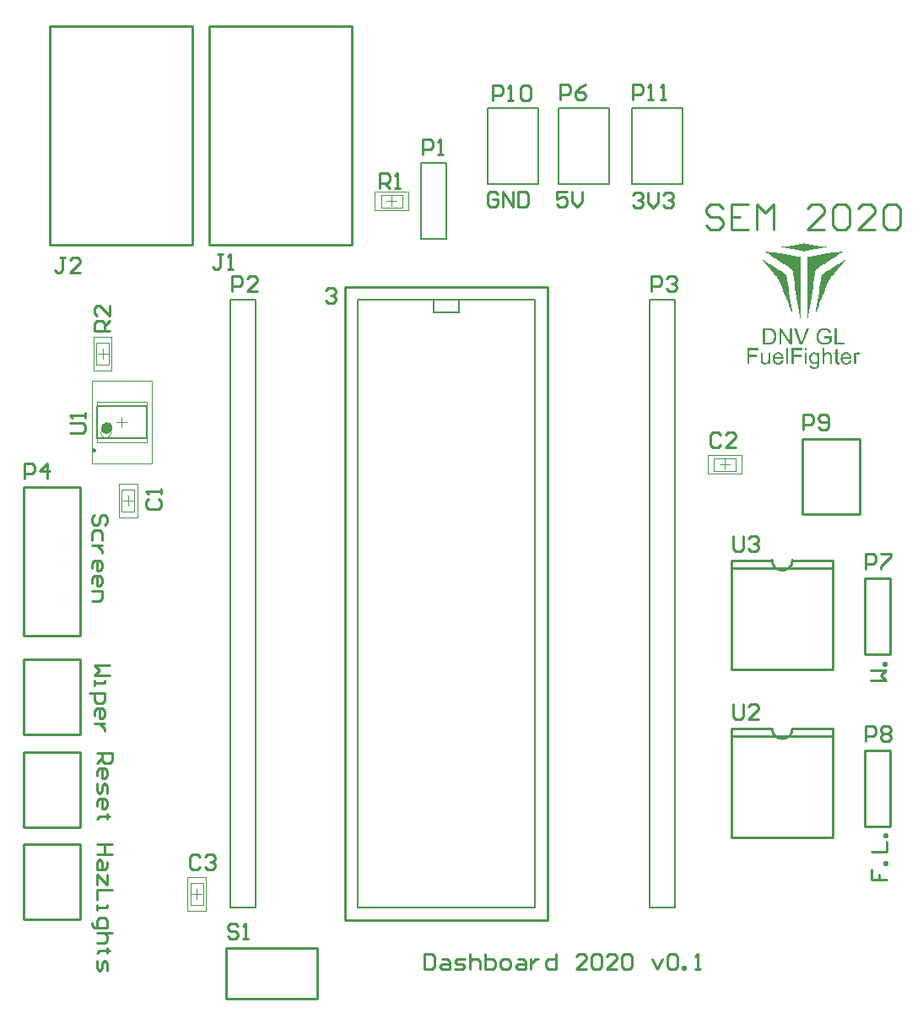
<source format=gto>
G04*
G04 #@! TF.GenerationSoftware,Altium Limited,Altium Designer,19.1.8 (144)*
G04*
G04 Layer_Color=65535*
%FSLAX25Y25*%
%MOIN*%
G70*
G01*
G75*
%ADD10C,0.02362*%
%ADD11C,0.00984*%
%ADD12C,0.01000*%
%ADD13C,0.00787*%
%ADD14C,0.00394*%
%ADD15C,0.00197*%
G36*
X324385Y300899D02*
X326138D01*
Y300606D01*
X327892D01*
Y300314D01*
X329645D01*
Y300022D01*
X331399D01*
Y299729D01*
X333153D01*
Y299437D01*
X331399D01*
Y299145D01*
X329645D01*
Y298853D01*
X327892D01*
Y298560D01*
X326138D01*
Y298268D01*
X324385D01*
Y297976D01*
X323800D01*
Y298268D01*
X322046D01*
Y298560D01*
X320293D01*
Y298853D01*
X318539D01*
Y299145D01*
X316786D01*
Y299437D01*
X315032D01*
Y299729D01*
X316786D01*
Y300022D01*
X318539D01*
Y300314D01*
X320293D01*
Y300606D01*
X322046D01*
Y300899D01*
X323800D01*
Y301191D01*
X324385D01*
Y300899D01*
D02*
G37*
G36*
X340459Y294176D02*
X340167D01*
Y293884D01*
X339875D01*
Y293592D01*
X339583D01*
Y293300D01*
X339290D01*
Y293007D01*
X338998D01*
Y292715D01*
Y292423D01*
X338706D01*
Y292130D01*
X338414D01*
Y291838D01*
X338121D01*
Y291546D01*
X337829D01*
Y291254D01*
X337537D01*
Y290961D01*
Y290669D01*
X337245D01*
Y290377D01*
X336952D01*
Y290085D01*
X336660D01*
Y289792D01*
X336368D01*
Y289500D01*
X336075D01*
Y289208D01*
Y288915D01*
X335783D01*
Y288623D01*
X335491D01*
Y288331D01*
X335199D01*
Y288039D01*
X334906D01*
Y287746D01*
X334614D01*
Y287454D01*
Y287162D01*
X334322D01*
Y286870D01*
X334030D01*
Y286577D01*
X333737D01*
Y286285D01*
Y285993D01*
Y285700D01*
X333445D01*
Y285408D01*
Y285116D01*
X333153D01*
Y284824D01*
Y284531D01*
Y284239D01*
X332860D01*
Y283947D01*
Y283655D01*
X332568D01*
Y283362D01*
Y283070D01*
Y282778D01*
X332276D01*
Y282486D01*
Y282193D01*
X331984D01*
Y281901D01*
Y281609D01*
Y281316D01*
X331691D01*
Y281024D01*
Y280732D01*
X331399D01*
Y280440D01*
Y280147D01*
Y279855D01*
X331107D01*
Y279563D01*
Y279271D01*
X330815D01*
Y278978D01*
Y278686D01*
Y278394D01*
X330522D01*
Y278101D01*
Y277809D01*
X330230D01*
Y277517D01*
Y277225D01*
Y276932D01*
X329938D01*
Y276640D01*
Y276348D01*
X329645D01*
Y276056D01*
Y275763D01*
Y275471D01*
X329353D01*
Y275179D01*
Y274886D01*
X329061D01*
Y274594D01*
Y274302D01*
Y274010D01*
X328769D01*
Y274302D01*
Y274594D01*
Y274886D01*
Y275179D01*
Y275471D01*
Y275763D01*
X329061D01*
Y276056D01*
Y276348D01*
Y276640D01*
Y276932D01*
Y277225D01*
Y277517D01*
X329353D01*
Y277809D01*
Y278101D01*
Y278394D01*
Y278686D01*
Y278978D01*
Y279271D01*
X329645D01*
Y279563D01*
Y279855D01*
Y280147D01*
Y280440D01*
Y280732D01*
X329938D01*
Y281024D01*
Y281316D01*
Y281609D01*
Y281901D01*
Y282193D01*
Y282486D01*
X330230D01*
Y282778D01*
Y283070D01*
Y283362D01*
Y283655D01*
Y283947D01*
Y284239D01*
X330522D01*
Y284531D01*
Y284824D01*
Y285116D01*
Y285408D01*
Y285700D01*
Y285993D01*
X330815D01*
Y286285D01*
Y286577D01*
Y286870D01*
Y287162D01*
Y287454D01*
Y287746D01*
X331107D01*
Y288039D01*
Y288331D01*
Y288623D01*
Y288915D01*
X331691D01*
Y289208D01*
X331984D01*
Y289500D01*
X332568D01*
Y289792D01*
X332860D01*
Y290085D01*
X333445D01*
Y290377D01*
X333737D01*
Y290669D01*
X334322D01*
Y290961D01*
X334906D01*
Y291254D01*
X335199D01*
Y291546D01*
X335783D01*
Y291838D01*
X336075D01*
Y292130D01*
X336660D01*
Y292423D01*
X336952D01*
Y292715D01*
X337537D01*
Y293007D01*
X338121D01*
Y293300D01*
X338414D01*
Y293592D01*
X338998D01*
Y293884D01*
X339290D01*
Y294176D01*
X339875D01*
Y294469D01*
X340459D01*
Y294176D01*
D02*
G37*
G36*
X308310D02*
X308894D01*
Y293884D01*
X309187D01*
Y293592D01*
X309771D01*
Y293300D01*
X310063D01*
Y293007D01*
X310648D01*
Y292715D01*
X310940D01*
Y292423D01*
X311525D01*
Y292130D01*
X312109D01*
Y291838D01*
X312401D01*
Y291546D01*
X312986D01*
Y291254D01*
X313278D01*
Y290961D01*
X313863D01*
Y290669D01*
X314155D01*
Y290377D01*
X314740D01*
Y290085D01*
X315324D01*
Y289792D01*
X315616D01*
Y289500D01*
X316201D01*
Y289208D01*
X316493D01*
Y288915D01*
X317078D01*
Y288623D01*
Y288331D01*
Y288039D01*
Y287746D01*
X317370D01*
Y287454D01*
Y287162D01*
Y286870D01*
Y286577D01*
Y286285D01*
Y285993D01*
X317662D01*
Y285700D01*
Y285408D01*
Y285116D01*
Y284824D01*
Y284531D01*
Y284239D01*
X317955D01*
Y283947D01*
Y283655D01*
Y283362D01*
Y283070D01*
Y282778D01*
Y282486D01*
X318247D01*
Y282193D01*
Y281901D01*
Y281609D01*
Y281316D01*
Y281024D01*
Y280732D01*
X318539D01*
Y280440D01*
Y280147D01*
Y279855D01*
Y279563D01*
Y279271D01*
Y278978D01*
X318831D01*
Y278686D01*
Y278394D01*
Y278101D01*
Y277809D01*
Y277517D01*
Y277225D01*
X319124D01*
Y276932D01*
Y276640D01*
Y276348D01*
Y276056D01*
Y275763D01*
Y275471D01*
X319416D01*
Y275179D01*
Y274886D01*
Y274594D01*
Y274302D01*
Y274010D01*
X319124D01*
Y274302D01*
Y274594D01*
X318831D01*
Y274886D01*
Y275179D01*
Y275471D01*
X318539D01*
Y275763D01*
Y276056D01*
X318247D01*
Y276348D01*
Y276640D01*
Y276932D01*
X317955D01*
Y277225D01*
Y277517D01*
X317662D01*
Y277809D01*
Y278101D01*
Y278394D01*
X317370D01*
Y278686D01*
Y278978D01*
X317078D01*
Y279271D01*
Y279563D01*
Y279855D01*
X316786D01*
Y280147D01*
Y280440D01*
X316493D01*
Y280732D01*
Y281024D01*
Y281316D01*
X316201D01*
Y281609D01*
Y281901D01*
X315909D01*
Y282193D01*
Y282486D01*
Y282778D01*
X315616D01*
Y283070D01*
Y283362D01*
X315324D01*
Y283655D01*
Y283947D01*
Y284239D01*
X315032D01*
Y284531D01*
Y284824D01*
X314740D01*
Y285116D01*
Y285408D01*
Y285700D01*
X314447D01*
Y285993D01*
Y286285D01*
X314155D01*
Y286577D01*
Y286870D01*
X313863D01*
Y287162D01*
X313570D01*
Y287454D01*
Y287746D01*
X313278D01*
Y288039D01*
X312986D01*
Y288331D01*
X312694D01*
Y288623D01*
X312401D01*
Y288915D01*
X312109D01*
Y289208D01*
Y289500D01*
X311817D01*
Y289792D01*
X311525D01*
Y290085D01*
X311232D01*
Y290377D01*
X310940D01*
Y290669D01*
X310648D01*
Y290961D01*
Y291254D01*
X310355D01*
Y291546D01*
X310063D01*
Y291838D01*
X309771D01*
Y292130D01*
X309479D01*
Y292423D01*
X309187D01*
Y292715D01*
Y293007D01*
X308894D01*
Y293300D01*
X308602D01*
Y293592D01*
X308310D01*
Y293884D01*
X308017D01*
Y294176D01*
X307725D01*
Y294469D01*
X308310D01*
Y294176D01*
D02*
G37*
G36*
X339583Y297684D02*
X338998D01*
Y297391D01*
X338706D01*
Y297099D01*
X338121D01*
Y296807D01*
X337829D01*
Y296515D01*
X337245D01*
Y296222D01*
X336952D01*
Y295930D01*
X336368D01*
Y295638D01*
X336075D01*
Y295345D01*
X335491D01*
Y295053D01*
X335199D01*
Y294761D01*
X334614D01*
Y294469D01*
X334030D01*
Y294176D01*
X333737D01*
Y293884D01*
X333153D01*
Y293592D01*
X332860D01*
Y293300D01*
X332276D01*
Y293007D01*
X331984D01*
Y292715D01*
X331399D01*
Y292423D01*
X331107D01*
Y292130D01*
X330522D01*
Y291838D01*
X330230D01*
Y291546D01*
X329645D01*
Y291254D01*
X329353D01*
Y290961D01*
X328769D01*
Y290669D01*
Y290377D01*
Y290085D01*
X328476D01*
Y289792D01*
Y289500D01*
Y289208D01*
Y288915D01*
Y288623D01*
Y288331D01*
X328184D01*
Y288039D01*
Y287746D01*
Y287454D01*
Y287162D01*
Y286870D01*
Y286577D01*
Y286285D01*
X327892D01*
Y285993D01*
Y285700D01*
Y285408D01*
Y285116D01*
Y284824D01*
Y284531D01*
X327600D01*
Y284239D01*
Y283947D01*
Y283655D01*
Y283362D01*
Y283070D01*
Y282778D01*
X327307D01*
Y282486D01*
Y282193D01*
Y281901D01*
Y281609D01*
Y281316D01*
Y281024D01*
Y280732D01*
X327015D01*
Y280440D01*
Y280147D01*
Y279855D01*
Y279563D01*
Y279271D01*
Y278978D01*
X326723D01*
Y278686D01*
Y278394D01*
Y278101D01*
Y277809D01*
Y277517D01*
Y277225D01*
Y276932D01*
X326431D01*
Y276640D01*
Y276348D01*
Y276056D01*
Y275763D01*
Y275471D01*
Y275179D01*
X326138D01*
Y274886D01*
Y274594D01*
Y274302D01*
Y274010D01*
Y273717D01*
Y273425D01*
X325846D01*
Y273133D01*
Y272840D01*
Y272548D01*
Y272256D01*
Y271964D01*
Y271671D01*
Y271379D01*
X325554D01*
Y271087D01*
Y270795D01*
Y270502D01*
Y270210D01*
Y269918D01*
Y269625D01*
X325261D01*
Y269918D01*
Y270210D01*
Y270502D01*
Y270795D01*
Y271087D01*
Y271379D01*
Y271671D01*
Y271964D01*
Y272256D01*
Y272548D01*
Y272840D01*
Y273133D01*
Y273425D01*
Y273717D01*
Y274010D01*
Y274302D01*
Y274594D01*
Y274886D01*
Y275179D01*
Y275471D01*
Y275763D01*
Y276056D01*
Y276348D01*
Y276640D01*
Y276932D01*
Y277225D01*
Y277517D01*
Y277809D01*
Y278101D01*
Y278394D01*
Y278686D01*
Y278978D01*
Y279271D01*
Y279563D01*
Y279855D01*
Y280147D01*
Y280440D01*
Y280732D01*
Y281024D01*
Y281316D01*
Y281609D01*
Y281901D01*
Y282193D01*
Y282486D01*
Y282778D01*
Y283070D01*
Y283362D01*
Y283655D01*
Y283947D01*
Y284239D01*
Y284531D01*
Y284824D01*
Y285116D01*
Y285408D01*
Y285700D01*
Y285993D01*
Y286285D01*
Y286577D01*
Y286870D01*
Y287162D01*
Y287454D01*
Y287746D01*
Y288039D01*
Y288331D01*
Y288623D01*
Y288915D01*
Y289208D01*
Y289500D01*
Y289792D01*
Y290085D01*
Y290377D01*
Y290669D01*
Y290961D01*
Y291254D01*
Y291546D01*
Y291838D01*
Y292130D01*
Y292423D01*
Y292715D01*
Y293007D01*
Y293300D01*
Y293592D01*
Y293884D01*
Y294176D01*
Y294469D01*
Y294761D01*
Y295053D01*
Y295345D01*
Y295638D01*
X325554D01*
Y295930D01*
X327307D01*
Y296222D01*
X329061D01*
Y296515D01*
X330815D01*
Y296807D01*
X332568D01*
Y297099D01*
X334322D01*
Y297391D01*
X336368D01*
Y297684D01*
X338121D01*
Y297976D01*
X339583D01*
Y297684D01*
D02*
G37*
G36*
X310063D02*
X311817D01*
Y297391D01*
X313570D01*
Y297099D01*
X315616D01*
Y296807D01*
X317370D01*
Y296515D01*
X319124D01*
Y296222D01*
X320877D01*
Y295930D01*
X322631D01*
Y295638D01*
X322923D01*
Y295345D01*
Y295053D01*
Y294761D01*
Y294469D01*
Y294176D01*
Y293884D01*
Y293592D01*
Y293300D01*
Y293007D01*
Y292715D01*
Y292423D01*
Y292130D01*
Y291838D01*
Y291546D01*
Y291254D01*
Y290961D01*
Y290669D01*
Y290377D01*
Y290085D01*
Y289792D01*
Y289500D01*
Y289208D01*
Y288915D01*
Y288623D01*
Y288331D01*
Y288039D01*
Y287746D01*
Y287454D01*
Y287162D01*
Y286870D01*
Y286577D01*
Y286285D01*
Y285993D01*
Y285700D01*
Y285408D01*
Y285116D01*
Y284824D01*
Y284531D01*
Y284239D01*
Y283947D01*
Y283655D01*
Y283362D01*
Y283070D01*
Y282778D01*
Y282486D01*
Y282193D01*
Y281901D01*
Y281609D01*
Y281316D01*
Y281024D01*
Y280732D01*
Y280440D01*
Y280147D01*
Y279855D01*
Y279563D01*
Y279271D01*
Y278978D01*
Y278686D01*
Y278394D01*
Y278101D01*
Y277809D01*
Y277517D01*
Y277225D01*
Y276932D01*
Y276640D01*
Y276348D01*
Y276056D01*
Y275763D01*
Y275471D01*
Y275179D01*
Y274886D01*
Y274594D01*
Y274302D01*
Y274010D01*
Y273717D01*
Y273425D01*
Y273133D01*
Y272840D01*
Y272548D01*
Y272256D01*
Y271964D01*
Y271671D01*
Y271379D01*
Y271087D01*
Y270795D01*
Y270502D01*
Y270210D01*
Y269918D01*
Y269625D01*
Y269333D01*
X322631D01*
Y269625D01*
Y269918D01*
Y270210D01*
Y270502D01*
Y270795D01*
Y271087D01*
Y271379D01*
X322339D01*
Y271671D01*
Y271964D01*
Y272256D01*
Y272548D01*
Y272840D01*
Y273133D01*
X322046D01*
Y273425D01*
Y273717D01*
Y274010D01*
Y274302D01*
Y274594D01*
Y274886D01*
Y275179D01*
X321754D01*
Y275471D01*
Y275763D01*
Y276056D01*
Y276348D01*
Y276640D01*
Y276932D01*
X321462D01*
Y277225D01*
Y277517D01*
Y277809D01*
Y278101D01*
Y278394D01*
Y278686D01*
X321170D01*
Y278978D01*
Y279271D01*
Y279563D01*
Y279855D01*
Y280147D01*
Y280440D01*
Y280732D01*
X320877D01*
Y281024D01*
Y281316D01*
Y281609D01*
Y281901D01*
Y282193D01*
Y282486D01*
X320585D01*
Y282778D01*
Y283070D01*
Y283362D01*
Y283655D01*
Y283947D01*
Y284239D01*
Y284531D01*
X320293D01*
Y284824D01*
Y285116D01*
Y285408D01*
Y285700D01*
Y285993D01*
Y286285D01*
X320001D01*
Y286577D01*
Y286870D01*
Y287162D01*
Y287454D01*
Y287746D01*
Y288039D01*
X319708D01*
Y288331D01*
Y288623D01*
Y288915D01*
Y289208D01*
Y289500D01*
Y289792D01*
Y290085D01*
X319416D01*
Y290377D01*
Y290669D01*
Y290961D01*
X318831D01*
Y291254D01*
X318539D01*
Y291546D01*
X317955D01*
Y291838D01*
X317662D01*
Y292130D01*
X317078D01*
Y292423D01*
X316786D01*
Y292715D01*
X316201D01*
Y293007D01*
X315909D01*
Y293300D01*
X315324D01*
Y293592D01*
X314740D01*
Y293884D01*
X314447D01*
Y294176D01*
X313863D01*
Y294469D01*
X313570D01*
Y294761D01*
X312986D01*
Y295053D01*
X312694D01*
Y295345D01*
X312109D01*
Y295638D01*
X311817D01*
Y295930D01*
X311232D01*
Y296222D01*
X310940D01*
Y296515D01*
X310355D01*
Y296807D01*
X310063D01*
Y297099D01*
X309479D01*
Y297391D01*
X309187D01*
Y297684D01*
X308602D01*
Y297976D01*
X310063D01*
Y297684D01*
D02*
G37*
G36*
X332380Y267673D02*
X332454D01*
X332630Y267654D01*
X332824Y267627D01*
X333027Y267580D01*
X333249Y267525D01*
X333462Y267451D01*
X333471D01*
X333490Y267441D01*
X333518Y267432D01*
X333555Y267414D01*
X333656Y267358D01*
X333786Y267293D01*
X333925Y267201D01*
X334073Y267090D01*
X334211Y266970D01*
X334341Y266822D01*
X334359Y266803D01*
X334396Y266748D01*
X334452Y266664D01*
X334526Y266544D01*
X334600Y266396D01*
X334683Y266211D01*
X334766Y266008D01*
X334831Y265776D01*
X334063Y265573D01*
Y265582D01*
X334054Y265591D01*
X334045Y265619D01*
X334036Y265656D01*
X334008Y265739D01*
X333971Y265850D01*
X333915Y265980D01*
X333851Y266100D01*
X333786Y266230D01*
X333703Y266341D01*
X333693Y266350D01*
X333666Y266387D01*
X333610Y266433D01*
X333545Y266498D01*
X333462Y266572D01*
X333351Y266646D01*
X333231Y266720D01*
X333092Y266785D01*
X333074Y266794D01*
X333027Y266812D01*
X332944Y266840D01*
X332833Y266877D01*
X332704Y266905D01*
X332556Y266933D01*
X332389Y266951D01*
X332213Y266960D01*
X332112D01*
X332065Y266951D01*
X332010D01*
X331871Y266942D01*
X331714Y266914D01*
X331538Y266886D01*
X331372Y266840D01*
X331205Y266775D01*
X331187Y266766D01*
X331131Y266748D01*
X331057Y266702D01*
X330965Y266655D01*
X330854Y266581D01*
X330733Y266507D01*
X330622Y266415D01*
X330521Y266313D01*
X330511Y266304D01*
X330474Y266267D01*
X330428Y266202D01*
X330373Y266128D01*
X330308Y266035D01*
X330243Y265924D01*
X330178Y265804D01*
X330114Y265675D01*
Y265666D01*
X330104Y265647D01*
X330095Y265619D01*
X330077Y265573D01*
X330058Y265517D01*
X330040Y265453D01*
X330012Y265379D01*
X329993Y265295D01*
X329947Y265101D01*
X329910Y264879D01*
X329882Y264648D01*
X329873Y264389D01*
Y264380D01*
Y264352D01*
Y264306D01*
X329882Y264250D01*
Y264176D01*
X329892Y264084D01*
X329901Y263991D01*
X329910Y263889D01*
X329947Y263658D01*
X329993Y263418D01*
X330067Y263177D01*
X330160Y262946D01*
Y262937D01*
X330178Y262918D01*
X330188Y262891D01*
X330215Y262854D01*
X330280Y262752D01*
X330382Y262622D01*
X330502Y262483D01*
X330650Y262345D01*
X330826Y262215D01*
X331020Y262095D01*
X331029D01*
X331048Y262086D01*
X331076Y262067D01*
X331122Y262049D01*
X331168Y262030D01*
X331233Y262012D01*
X331381Y261956D01*
X331566Y261910D01*
X331769Y261864D01*
X331991Y261827D01*
X332223Y261818D01*
X332315D01*
X332371Y261827D01*
X332426D01*
X332565Y261845D01*
X332731Y261864D01*
X332907Y261901D01*
X333101Y261956D01*
X333296Y262021D01*
X333305D01*
X333323Y262030D01*
X333342Y262039D01*
X333379Y262058D01*
X333481Y262104D01*
X333592Y262160D01*
X333721Y262224D01*
X333860Y262298D01*
X333989Y262382D01*
X334100Y262474D01*
Y263677D01*
X332213D01*
Y264435D01*
X334933D01*
Y262058D01*
X334924Y262049D01*
X334905Y262039D01*
X334868Y262012D01*
X334822Y261975D01*
X334766Y261938D01*
X334702Y261891D01*
X334618Y261836D01*
X334535Y261781D01*
X334341Y261660D01*
X334119Y261531D01*
X333888Y261410D01*
X333638Y261309D01*
X333629D01*
X333610Y261299D01*
X333573Y261290D01*
X333527Y261272D01*
X333462Y261253D01*
X333388Y261226D01*
X333305Y261207D01*
X333222Y261189D01*
X333018Y261142D01*
X332787Y261096D01*
X332537Y261068D01*
X332278Y261059D01*
X332186D01*
X332121Y261068D01*
X332038D01*
X331936Y261077D01*
X331825Y261096D01*
X331705Y261105D01*
X331436Y261161D01*
X331150Y261226D01*
X330854Y261327D01*
X330706Y261383D01*
X330558Y261457D01*
X330548Y261466D01*
X330521Y261475D01*
X330484Y261503D01*
X330428Y261531D01*
X330363Y261577D01*
X330299Y261623D01*
X330123Y261753D01*
X329938Y261919D01*
X329744Y262123D01*
X329559Y262354D01*
X329392Y262622D01*
Y262631D01*
X329374Y262659D01*
X329355Y262696D01*
X329327Y262761D01*
X329300Y262826D01*
X329272Y262918D01*
X329235Y263011D01*
X329198Y263122D01*
X329161Y263242D01*
X329124Y263381D01*
X329096Y263520D01*
X329068Y263667D01*
X329022Y263991D01*
X329004Y264333D01*
Y264343D01*
Y264380D01*
Y264426D01*
X329013Y264491D01*
Y264574D01*
X329022Y264676D01*
X329041Y264777D01*
X329050Y264898D01*
X329078Y265027D01*
X329096Y265166D01*
X329170Y265462D01*
X329263Y265767D01*
X329392Y266072D01*
X329401Y266082D01*
X329411Y266109D01*
X329429Y266146D01*
X329466Y266202D01*
X329503Y266276D01*
X329549Y266350D01*
X329679Y266526D01*
X329836Y266729D01*
X330030Y266923D01*
X330252Y267118D01*
X330382Y267201D01*
X330511Y267284D01*
X330521Y267293D01*
X330548Y267303D01*
X330585Y267321D01*
X330641Y267349D01*
X330715Y267377D01*
X330798Y267414D01*
X330891Y267451D01*
X331002Y267488D01*
X331122Y267525D01*
X331251Y267552D01*
X331390Y267589D01*
X331538Y267617D01*
X331862Y267664D01*
X332028Y267682D01*
X332324D01*
X332380Y267673D01*
D02*
G37*
G36*
X319347Y261170D02*
X318468D01*
X315119Y266193D01*
Y261170D01*
X314305D01*
Y267571D01*
X315175D01*
X318533Y262539D01*
Y267571D01*
X319347D01*
Y261170D01*
D02*
G37*
G36*
X323472D02*
X322584D01*
X320105Y267571D01*
X321030D01*
X322695Y262918D01*
Y262909D01*
X322704Y262891D01*
X322714Y262863D01*
X322732Y262826D01*
X322741Y262770D01*
X322760Y262715D01*
X322806Y262576D01*
X322862Y262419D01*
X322917Y262243D01*
X323028Y261873D01*
Y261882D01*
X323037Y261901D01*
X323047Y261929D01*
X323056Y261965D01*
X323084Y262067D01*
X323130Y262206D01*
X323176Y262363D01*
X323232Y262539D01*
X323296Y262724D01*
X323370Y262918D01*
X325109Y267571D01*
X325970D01*
X323472Y261170D01*
D02*
G37*
G36*
X336996Y261929D02*
X340150D01*
Y261170D01*
X336145D01*
Y267571D01*
X336996D01*
Y261929D01*
D02*
G37*
G36*
X310485Y267562D02*
X310670Y267552D01*
X310855Y267534D01*
X311040Y267506D01*
X311197Y267478D01*
X311207D01*
X311225Y267469D01*
X311253D01*
X311290Y267451D01*
X311392Y267423D01*
X311521Y267377D01*
X311669Y267312D01*
X311826Y267229D01*
X311984Y267136D01*
X312132Y267016D01*
X312141Y267007D01*
X312150Y266997D01*
X312178Y266970D01*
X312215Y266942D01*
X312307Y266849D01*
X312418Y266720D01*
X312539Y266563D01*
X312668Y266378D01*
X312788Y266165D01*
X312890Y265924D01*
Y265915D01*
X312899Y265897D01*
X312918Y265860D01*
X312927Y265804D01*
X312955Y265739D01*
X312973Y265666D01*
X312992Y265582D01*
X313020Y265480D01*
X313047Y265379D01*
X313066Y265258D01*
X313112Y264999D01*
X313140Y264713D01*
X313149Y264398D01*
Y264389D01*
Y264370D01*
Y264324D01*
Y264278D01*
X313140Y264213D01*
Y264139D01*
X313131Y263964D01*
X313103Y263760D01*
X313075Y263547D01*
X313029Y263325D01*
X312973Y263103D01*
Y263094D01*
X312964Y263075D01*
X312955Y263048D01*
X312946Y263011D01*
X312909Y262909D01*
X312853Y262779D01*
X312798Y262631D01*
X312724Y262483D01*
X312631Y262326D01*
X312539Y262178D01*
X312529Y262160D01*
X312492Y262113D01*
X312437Y262049D01*
X312363Y261965D01*
X312280Y261873D01*
X312178Y261781D01*
X312076Y261679D01*
X311956Y261595D01*
X311937Y261586D01*
X311900Y261558D01*
X311836Y261522D01*
X311743Y261475D01*
X311632Y261420D01*
X311503Y261373D01*
X311355Y261318D01*
X311188Y261272D01*
X311170D01*
X311142Y261262D01*
X311114Y261253D01*
X311022Y261244D01*
X310892Y261226D01*
X310744Y261207D01*
X310568Y261189D01*
X310374Y261179D01*
X310161Y261170D01*
X307858D01*
Y267571D01*
X310319D01*
X310485Y267562D01*
D02*
G37*
G36*
X325202Y258881D02*
X324416D01*
Y259779D01*
X325202D01*
Y258881D01*
D02*
G37*
G36*
X345672Y258114D02*
X345774Y258095D01*
X345894Y258058D01*
X346024Y258012D01*
X346172Y257947D01*
X346329Y257864D01*
X346042Y257142D01*
X346033Y257152D01*
X345996Y257170D01*
X345940Y257198D01*
X345866Y257226D01*
X345783Y257254D01*
X345681Y257281D01*
X345580Y257300D01*
X345478Y257309D01*
X345432D01*
X345385Y257300D01*
X345321Y257291D01*
X345256Y257272D01*
X345173Y257244D01*
X345089Y257207D01*
X345015Y257152D01*
X345006Y257142D01*
X344978Y257124D01*
X344951Y257087D01*
X344904Y257041D01*
X344858Y256976D01*
X344812Y256902D01*
X344766Y256819D01*
X344729Y256717D01*
X344719Y256698D01*
X344710Y256643D01*
X344692Y256560D01*
X344664Y256449D01*
X344636Y256310D01*
X344618Y256153D01*
X344608Y255986D01*
X344599Y255801D01*
Y253378D01*
X343813D01*
Y258021D01*
X344525D01*
Y257318D01*
X344534Y257328D01*
X344571Y257392D01*
X344618Y257475D01*
X344692Y257577D01*
X344766Y257679D01*
X344849Y257790D01*
X344932Y257882D01*
X345015Y257957D01*
X345025Y257966D01*
X345052Y257984D01*
X345108Y258012D01*
X345163Y258040D01*
X345237Y258067D01*
X345330Y258095D01*
X345422Y258114D01*
X345524Y258123D01*
X345589D01*
X345672Y258114D01*
D02*
G37*
G36*
X310753Y253378D02*
X310050D01*
Y254053D01*
X310041Y254044D01*
X310023Y254016D01*
X309995Y253979D01*
X309949Y253933D01*
X309893Y253877D01*
X309828Y253803D01*
X309754Y253738D01*
X309662Y253664D01*
X309560Y253590D01*
X309449Y253526D01*
X309329Y253461D01*
X309199Y253396D01*
X309051Y253350D01*
X308903Y253313D01*
X308737Y253285D01*
X308570Y253276D01*
X308506D01*
X308422Y253285D01*
X308321Y253294D01*
X308200Y253313D01*
X308071Y253341D01*
X307941Y253378D01*
X307803Y253433D01*
X307784Y253443D01*
X307747Y253461D01*
X307682Y253498D01*
X307608Y253544D01*
X307516Y253600D01*
X307433Y253664D01*
X307349Y253738D01*
X307275Y253822D01*
X307266Y253831D01*
X307248Y253868D01*
X307220Y253914D01*
X307183Y253988D01*
X307137Y254071D01*
X307100Y254173D01*
X307063Y254284D01*
X307035Y254404D01*
Y254414D01*
X307026Y254451D01*
X307016Y254506D01*
Y254580D01*
X307007Y254691D01*
X306998Y254812D01*
X306989Y254969D01*
Y255145D01*
Y258021D01*
X307775D01*
Y255440D01*
Y255431D01*
Y255413D01*
Y255385D01*
Y255339D01*
Y255237D01*
X307784Y255107D01*
Y254969D01*
X307793Y254830D01*
X307803Y254710D01*
X307821Y254608D01*
Y254599D01*
X307840Y254562D01*
X307858Y254506D01*
X307886Y254432D01*
X307932Y254358D01*
X307988Y254275D01*
X308052Y254201D01*
X308136Y254127D01*
X308145Y254118D01*
X308182Y254099D01*
X308228Y254071D01*
X308302Y254044D01*
X308385Y254007D01*
X308487Y253979D01*
X308598Y253960D01*
X308728Y253951D01*
X308792D01*
X308857Y253960D01*
X308940Y253970D01*
X309042Y253997D01*
X309153Y254025D01*
X309273Y254071D01*
X309394Y254127D01*
X309412Y254136D01*
X309449Y254164D01*
X309505Y254201D01*
X309569Y254257D01*
X309643Y254330D01*
X309717Y254414D01*
X309782Y254506D01*
X309838Y254617D01*
X309847Y254636D01*
X309856Y254673D01*
X309875Y254747D01*
X309902Y254849D01*
X309930Y254978D01*
X309949Y255135D01*
X309958Y255320D01*
X309967Y255533D01*
Y258021D01*
X310753D01*
Y253378D01*
D02*
G37*
G36*
X332167Y257485D02*
X332176Y257494D01*
X332195Y257512D01*
X332223Y257540D01*
X332269Y257587D01*
X332315Y257633D01*
X332380Y257688D01*
X332463Y257744D01*
X332546Y257808D01*
X332639Y257864D01*
X332741Y257920D01*
X332981Y258021D01*
X333111Y258067D01*
X333249Y258095D01*
X333397Y258114D01*
X333545Y258123D01*
X333629D01*
X333730Y258114D01*
X333851Y258095D01*
X333989Y258077D01*
X334137Y258040D01*
X334285Y257984D01*
X334433Y257920D01*
X334452Y257910D01*
X334498Y257882D01*
X334563Y257836D01*
X334646Y257771D01*
X334729Y257688D01*
X334822Y257596D01*
X334905Y257485D01*
X334979Y257355D01*
X334988Y257337D01*
X335007Y257291D01*
X335035Y257207D01*
X335062Y257087D01*
X335090Y256939D01*
X335118Y256763D01*
X335136Y256551D01*
X335146Y256310D01*
Y253378D01*
X334359D01*
Y256319D01*
Y256329D01*
Y256347D01*
Y256375D01*
Y256412D01*
X334350Y256514D01*
X334332Y256643D01*
X334295Y256782D01*
X334248Y256921D01*
X334184Y257059D01*
X334100Y257170D01*
X334091Y257179D01*
X334054Y257217D01*
X333999Y257263D01*
X333915Y257309D01*
X333814Y257365D01*
X333693Y257401D01*
X333545Y257438D01*
X333379Y257448D01*
X333323D01*
X333259Y257438D01*
X333166Y257429D01*
X333074Y257401D01*
X332963Y257374D01*
X332852Y257328D01*
X332731Y257263D01*
X332722Y257254D01*
X332685Y257226D01*
X332630Y257189D01*
X332565Y257133D01*
X332491Y257059D01*
X332417Y256976D01*
X332352Y256874D01*
X332297Y256763D01*
X332287Y256745D01*
X332278Y256708D01*
X332260Y256634D01*
X332232Y256541D01*
X332204Y256421D01*
X332186Y256273D01*
X332176Y256106D01*
X332167Y255912D01*
Y253378D01*
X331381D01*
Y259779D01*
X332167D01*
Y257485D01*
D02*
G37*
G36*
X325202Y253378D02*
X324416D01*
Y258021D01*
X325202D01*
Y253378D01*
D02*
G37*
G36*
X323417Y259020D02*
X319939D01*
Y257041D01*
X322945D01*
Y256282D01*
X319939D01*
Y253378D01*
X319088D01*
Y259779D01*
X323417D01*
Y259020D01*
D02*
G37*
G36*
X317728Y253378D02*
X316942D01*
Y259779D01*
X317728D01*
Y253378D01*
D02*
G37*
G36*
X306008Y259020D02*
X302530D01*
Y257041D01*
X305536D01*
Y256282D01*
X302530D01*
Y253378D01*
X301679D01*
Y259779D01*
X306008D01*
Y259020D01*
D02*
G37*
G36*
X337273Y258021D02*
X338069D01*
Y257411D01*
X337273D01*
Y254682D01*
Y254663D01*
Y254626D01*
Y254571D01*
X337282Y254506D01*
X337292Y254358D01*
X337301Y254293D01*
X337310Y254247D01*
X337319Y254229D01*
X337347Y254192D01*
X337384Y254146D01*
X337449Y254099D01*
X337467Y254090D01*
X337514Y254071D01*
X337597Y254053D01*
X337717Y254044D01*
X337810D01*
X337856Y254053D01*
X337921D01*
X337995Y254062D01*
X338069Y254071D01*
X338170Y253378D01*
X338152D01*
X338115Y253368D01*
X338050Y253359D01*
X337967Y253350D01*
X337874Y253331D01*
X337773Y253322D01*
X337569Y253313D01*
X337495D01*
X337421Y253322D01*
X337329Y253331D01*
X337218Y253341D01*
X337107Y253368D01*
X337005Y253396D01*
X336903Y253443D01*
X336894Y253452D01*
X336866Y253470D01*
X336829Y253498D01*
X336774Y253544D01*
X336727Y253590D01*
X336672Y253655D01*
X336616Y253720D01*
X336579Y253803D01*
Y253813D01*
X336561Y253850D01*
X336552Y253914D01*
X336533Y254007D01*
X336515Y254127D01*
X336505Y254201D01*
Y254284D01*
X336496Y254386D01*
X336487Y254488D01*
Y254599D01*
Y254728D01*
Y257411D01*
X335904D01*
Y258021D01*
X336487D01*
Y259168D01*
X337273Y259640D01*
Y258021D01*
D02*
G37*
G36*
X340899Y258114D02*
X340973Y258104D01*
X341066Y258086D01*
X341167Y258067D01*
X341288Y258040D01*
X341399Y258012D01*
X341528Y257966D01*
X341648Y257920D01*
X341778Y257855D01*
X341907Y257781D01*
X342037Y257698D01*
X342157Y257596D01*
X342268Y257485D01*
X342277Y257475D01*
X342296Y257457D01*
X342324Y257420D01*
X342361Y257365D01*
X342407Y257300D01*
X342453Y257226D01*
X342509Y257133D01*
X342564Y257022D01*
X342620Y256902D01*
X342675Y256772D01*
X342721Y256625D01*
X342768Y256467D01*
X342805Y256292D01*
X342832Y256106D01*
X342851Y255912D01*
X342860Y255699D01*
Y255690D01*
Y255653D01*
Y255589D01*
X342851Y255496D01*
X339382D01*
Y255487D01*
Y255459D01*
X339391Y255422D01*
Y255366D01*
X339401Y255302D01*
X339419Y255228D01*
X339447Y255061D01*
X339502Y254876D01*
X339576Y254673D01*
X339678Y254488D01*
X339808Y254321D01*
X339817D01*
X339826Y254303D01*
X339882Y254257D01*
X339965Y254192D01*
X340076Y254127D01*
X340224Y254053D01*
X340390Y253988D01*
X340575Y253942D01*
X340677Y253933D01*
X340788Y253924D01*
X340862D01*
X340945Y253933D01*
X341047Y253951D01*
X341158Y253979D01*
X341288Y254016D01*
X341408Y254071D01*
X341528Y254146D01*
X341537Y254155D01*
X341584Y254192D01*
X341639Y254247D01*
X341704Y254321D01*
X341778Y254423D01*
X341861Y254553D01*
X341944Y254700D01*
X342018Y254876D01*
X342832Y254774D01*
Y254765D01*
X342823Y254747D01*
X342814Y254710D01*
X342795Y254654D01*
X342768Y254599D01*
X342740Y254525D01*
X342666Y254367D01*
X342573Y254192D01*
X342444Y254007D01*
X342296Y253831D01*
X342111Y253664D01*
X342102D01*
X342083Y253646D01*
X342055Y253627D01*
X342018Y253600D01*
X341963Y253572D01*
X341907Y253544D01*
X341833Y253507D01*
X341750Y253470D01*
X341658Y253433D01*
X341565Y253396D01*
X341334Y253341D01*
X341075Y253294D01*
X340788Y253276D01*
X340686D01*
X340622Y253285D01*
X340538Y253294D01*
X340437Y253313D01*
X340326Y253331D01*
X340205Y253350D01*
X339946Y253424D01*
X339808Y253480D01*
X339678Y253535D01*
X339539Y253609D01*
X339410Y253692D01*
X339290Y253785D01*
X339169Y253896D01*
X339160Y253905D01*
X339142Y253924D01*
X339114Y253960D01*
X339077Y254016D01*
X339031Y254081D01*
X338984Y254155D01*
X338929Y254247D01*
X338873Y254349D01*
X338818Y254469D01*
X338762Y254599D01*
X338716Y254747D01*
X338670Y254904D01*
X338633Y255070D01*
X338605Y255256D01*
X338587Y255450D01*
X338577Y255653D01*
Y255662D01*
Y255709D01*
Y255764D01*
X338587Y255848D01*
X338596Y255949D01*
X338605Y256060D01*
X338624Y256190D01*
X338651Y256319D01*
X338725Y256615D01*
X338772Y256763D01*
X338827Y256921D01*
X338901Y257068D01*
X338984Y257207D01*
X339077Y257346D01*
X339179Y257475D01*
X339188Y257485D01*
X339206Y257503D01*
X339243Y257531D01*
X339290Y257577D01*
X339345Y257624D01*
X339419Y257679D01*
X339502Y257744D01*
X339604Y257799D01*
X339706Y257864D01*
X339826Y257920D01*
X339956Y257975D01*
X340094Y258021D01*
X340242Y258067D01*
X340400Y258095D01*
X340566Y258114D01*
X340742Y258123D01*
X340834D01*
X340899Y258114D01*
D02*
G37*
G36*
X314037D02*
X314111Y258104D01*
X314204Y258086D01*
X314305Y258067D01*
X314426Y258040D01*
X314537Y258012D01*
X314666Y257966D01*
X314786Y257920D01*
X314916Y257855D01*
X315045Y257781D01*
X315175Y257698D01*
X315295Y257596D01*
X315406Y257485D01*
X315415Y257475D01*
X315434Y257457D01*
X315462Y257420D01*
X315499Y257365D01*
X315545Y257300D01*
X315591Y257226D01*
X315647Y257133D01*
X315702Y257022D01*
X315758Y256902D01*
X315813Y256772D01*
X315859Y256625D01*
X315906Y256467D01*
X315943Y256292D01*
X315970Y256106D01*
X315989Y255912D01*
X315998Y255699D01*
Y255690D01*
Y255653D01*
Y255589D01*
X315989Y255496D01*
X312520D01*
Y255487D01*
Y255459D01*
X312529Y255422D01*
Y255366D01*
X312539Y255302D01*
X312557Y255228D01*
X312585Y255061D01*
X312640Y254876D01*
X312714Y254673D01*
X312816Y254488D01*
X312946Y254321D01*
X312955D01*
X312964Y254303D01*
X313020Y254257D01*
X313103Y254192D01*
X313214Y254127D01*
X313362Y254053D01*
X313528Y253988D01*
X313713Y253942D01*
X313815Y253933D01*
X313926Y253924D01*
X314000D01*
X314083Y253933D01*
X314185Y253951D01*
X314296Y253979D01*
X314426Y254016D01*
X314546Y254071D01*
X314666Y254146D01*
X314675Y254155D01*
X314722Y254192D01*
X314777Y254247D01*
X314842Y254321D01*
X314916Y254423D01*
X314999Y254553D01*
X315082Y254700D01*
X315156Y254876D01*
X315970Y254774D01*
Y254765D01*
X315961Y254747D01*
X315952Y254710D01*
X315933Y254654D01*
X315906Y254599D01*
X315878Y254525D01*
X315804Y254367D01*
X315711Y254192D01*
X315582Y254007D01*
X315434Y253831D01*
X315249Y253664D01*
X315240D01*
X315221Y253646D01*
X315193Y253627D01*
X315156Y253600D01*
X315101Y253572D01*
X315045Y253544D01*
X314971Y253507D01*
X314888Y253470D01*
X314796Y253433D01*
X314703Y253396D01*
X314472Y253341D01*
X314213Y253294D01*
X313926Y253276D01*
X313824D01*
X313760Y253285D01*
X313676Y253294D01*
X313575Y253313D01*
X313464Y253331D01*
X313343Y253350D01*
X313084Y253424D01*
X312946Y253480D01*
X312816Y253535D01*
X312677Y253609D01*
X312548Y253692D01*
X312428Y253785D01*
X312307Y253896D01*
X312298Y253905D01*
X312280Y253924D01*
X312252Y253960D01*
X312215Y254016D01*
X312169Y254081D01*
X312122Y254155D01*
X312067Y254247D01*
X312011Y254349D01*
X311956Y254469D01*
X311900Y254599D01*
X311854Y254747D01*
X311808Y254904D01*
X311771Y255070D01*
X311743Y255256D01*
X311725Y255450D01*
X311715Y255653D01*
Y255662D01*
Y255709D01*
Y255764D01*
X311725Y255848D01*
X311734Y255949D01*
X311743Y256060D01*
X311762Y256190D01*
X311789Y256319D01*
X311863Y256615D01*
X311910Y256763D01*
X311965Y256921D01*
X312039Y257068D01*
X312122Y257207D01*
X312215Y257346D01*
X312317Y257475D01*
X312326Y257485D01*
X312344Y257503D01*
X312381Y257531D01*
X312428Y257577D01*
X312483Y257624D01*
X312557Y257679D01*
X312640Y257744D01*
X312742Y257799D01*
X312844Y257864D01*
X312964Y257920D01*
X313094Y257975D01*
X313232Y258021D01*
X313380Y258067D01*
X313538Y258095D01*
X313704Y258114D01*
X313880Y258123D01*
X313972D01*
X314037Y258114D01*
D02*
G37*
G36*
X328245D02*
X328310Y258104D01*
X328393Y258086D01*
X328486Y258067D01*
X328587Y258040D01*
X328689Y258003D01*
X328800Y257957D01*
X328911Y257901D01*
X329031Y257836D01*
X329142Y257762D01*
X329253Y257670D01*
X329364Y257568D01*
X329466Y257448D01*
Y258021D01*
X330188D01*
Y254007D01*
Y253997D01*
Y253960D01*
Y253905D01*
Y253831D01*
X330178Y253748D01*
Y253646D01*
X330169Y253535D01*
X330160Y253415D01*
X330132Y253165D01*
X330095Y252906D01*
X330067Y252786D01*
X330040Y252675D01*
X330003Y252573D01*
X329966Y252481D01*
Y252471D01*
X329956Y252462D01*
X329919Y252407D01*
X329873Y252323D01*
X329799Y252221D01*
X329697Y252111D01*
X329577Y251990D01*
X329429Y251870D01*
X329263Y251768D01*
X329253D01*
X329244Y251759D01*
X329216Y251741D01*
X329179Y251731D01*
X329133Y251704D01*
X329078Y251685D01*
X328939Y251639D01*
X328772Y251583D01*
X328569Y251546D01*
X328338Y251509D01*
X328088Y251500D01*
X328005D01*
X327949Y251509D01*
X327875D01*
X327801Y251519D01*
X327709Y251528D01*
X327607Y251546D01*
X327394Y251592D01*
X327172Y251657D01*
X326950Y251750D01*
X326747Y251879D01*
X326737Y251888D01*
X326728Y251898D01*
X326663Y251953D01*
X326589Y252036D01*
X326497Y252157D01*
X326404Y252314D01*
X326321Y252508D01*
X326293Y252619D01*
X326275Y252740D01*
X326256Y252860D01*
Y252998D01*
X327024Y252897D01*
Y252878D01*
X327033Y252841D01*
X327052Y252777D01*
X327070Y252693D01*
X327107Y252610D01*
X327154Y252527D01*
X327209Y252444D01*
X327283Y252379D01*
X327302Y252369D01*
X327339Y252342D01*
X327403Y252305D01*
X327496Y252268D01*
X327607Y252221D01*
X327746Y252185D01*
X327912Y252157D01*
X328088Y252148D01*
X328180D01*
X328273Y252157D01*
X328402Y252175D01*
X328532Y252203D01*
X328671Y252240D01*
X328809Y252295D01*
X328930Y252369D01*
X328939Y252379D01*
X328976Y252407D01*
X329031Y252462D01*
X329096Y252527D01*
X329161Y252619D01*
X329226Y252721D01*
X329290Y252841D01*
X329337Y252980D01*
Y252989D01*
X329346Y253026D01*
X329355Y253100D01*
X329364Y253193D01*
X329374Y253257D01*
Y253331D01*
X329383Y253415D01*
Y253507D01*
Y253609D01*
X329392Y253729D01*
Y253850D01*
Y253988D01*
X329383Y253979D01*
X329364Y253960D01*
X329337Y253933D01*
X329300Y253896D01*
X329253Y253850D01*
X329189Y253794D01*
X329115Y253738D01*
X329041Y253683D01*
X328846Y253572D01*
X328634Y253470D01*
X328513Y253433D01*
X328384Y253405D01*
X328245Y253387D01*
X328106Y253378D01*
X328060D01*
X328014Y253387D01*
X327949D01*
X327866Y253396D01*
X327773Y253415D01*
X327672Y253433D01*
X327561Y253461D01*
X327440Y253498D01*
X327320Y253544D01*
X327200Y253600D01*
X327070Y253664D01*
X326950Y253748D01*
X326830Y253840D01*
X326719Y253942D01*
X326617Y254062D01*
X326608Y254071D01*
X326599Y254090D01*
X326571Y254136D01*
X326534Y254183D01*
X326497Y254257D01*
X326451Y254330D01*
X326404Y254423D01*
X326358Y254534D01*
X326312Y254645D01*
X326266Y254774D01*
X326219Y254904D01*
X326182Y255052D01*
X326118Y255366D01*
X326108Y255542D01*
X326099Y255718D01*
Y255727D01*
Y255746D01*
Y255783D01*
Y255829D01*
X326108Y255894D01*
Y255959D01*
X326127Y256125D01*
X326155Y256310D01*
X326201Y256514D01*
X326256Y256726D01*
X326340Y256939D01*
Y256948D01*
X326349Y256967D01*
X326367Y256995D01*
X326386Y257031D01*
X326441Y257133D01*
X326515Y257263D01*
X326617Y257401D01*
X326737Y257540D01*
X326876Y257688D01*
X327033Y257808D01*
X327043D01*
X327052Y257818D01*
X327080Y257836D01*
X327117Y257855D01*
X327209Y257910D01*
X327339Y257966D01*
X327496Y258021D01*
X327681Y258077D01*
X327884Y258114D01*
X328106Y258123D01*
X328190D01*
X328245Y258114D01*
D02*
G37*
%LPC*%
G36*
X310189Y266812D02*
X308709D01*
Y261929D01*
X310226D01*
X310291Y261938D01*
X310430Y261947D01*
X310587Y261956D01*
X310753Y261975D01*
X310920Y262002D01*
X311059Y262039D01*
X311077Y262049D01*
X311123Y262058D01*
X311188Y262086D01*
X311271Y262123D01*
X311364Y262178D01*
X311456Y262234D01*
X311549Y262298D01*
X311641Y262372D01*
X311651Y262391D01*
X311688Y262428D01*
X311743Y262493D01*
X311808Y262585D01*
X311882Y262705D01*
X311965Y262844D01*
X312039Y263001D01*
X312104Y263177D01*
Y263187D01*
X312113Y263205D01*
X312122Y263233D01*
X312132Y263270D01*
X312141Y263316D01*
X312159Y263381D01*
X312178Y263445D01*
X312196Y263520D01*
X312224Y263704D01*
X312252Y263917D01*
X312270Y264158D01*
X312280Y264417D01*
Y264426D01*
Y264463D01*
Y264509D01*
X312270Y264583D01*
Y264666D01*
X312261Y264759D01*
X312252Y264870D01*
X312243Y264981D01*
X312196Y265231D01*
X312141Y265490D01*
X312058Y265730D01*
X312002Y265850D01*
X311947Y265952D01*
Y265962D01*
X311928Y265980D01*
X311910Y266008D01*
X311891Y266045D01*
X311817Y266137D01*
X311725Y266248D01*
X311604Y266368D01*
X311466Y266489D01*
X311308Y266590D01*
X311142Y266674D01*
X311123Y266683D01*
X311077Y266692D01*
X310994Y266720D01*
X310874Y266748D01*
X310726Y266766D01*
X310541Y266794D01*
X310430Y266803D01*
X310309D01*
X310189Y266812D01*
D02*
G37*
G36*
X340751Y257475D02*
X340696D01*
X340659Y257466D01*
X340557Y257457D01*
X340437Y257429D01*
X340289Y257383D01*
X340131Y257318D01*
X339983Y257226D01*
X339835Y257105D01*
X339817Y257087D01*
X339780Y257041D01*
X339715Y256958D01*
X339650Y256846D01*
X339576Y256717D01*
X339512Y256551D01*
X339456Y256356D01*
X339428Y256143D01*
X342028D01*
Y256153D01*
Y256171D01*
X342018Y256199D01*
Y256236D01*
X342000Y256347D01*
X341972Y256467D01*
X341926Y256615D01*
X341880Y256754D01*
X341806Y256893D01*
X341722Y257013D01*
Y257022D01*
X341704Y257031D01*
X341658Y257087D01*
X341574Y257161D01*
X341463Y257244D01*
X341325Y257328D01*
X341158Y257401D01*
X340964Y257457D01*
X340862Y257466D01*
X340751Y257475D01*
D02*
G37*
G36*
X313889D02*
X313834D01*
X313797Y257466D01*
X313695Y257457D01*
X313575Y257429D01*
X313427Y257383D01*
X313269Y257318D01*
X313121Y257226D01*
X312973Y257105D01*
X312955Y257087D01*
X312918Y257041D01*
X312853Y256958D01*
X312788Y256846D01*
X312714Y256717D01*
X312650Y256551D01*
X312594Y256356D01*
X312566Y256143D01*
X315166D01*
Y256153D01*
Y256171D01*
X315156Y256199D01*
Y256236D01*
X315138Y256347D01*
X315110Y256467D01*
X315064Y256615D01*
X315018Y256754D01*
X314944Y256893D01*
X314860Y257013D01*
Y257022D01*
X314842Y257031D01*
X314796Y257087D01*
X314712Y257161D01*
X314601Y257244D01*
X314463Y257328D01*
X314296Y257401D01*
X314102Y257457D01*
X314000Y257466D01*
X313889Y257475D01*
D02*
G37*
G36*
X328264D02*
X328116D01*
X328079Y257466D01*
X327977Y257457D01*
X327857Y257420D01*
X327709Y257374D01*
X327561Y257291D01*
X327413Y257189D01*
X327339Y257115D01*
X327265Y257041D01*
Y257031D01*
X327246Y257022D01*
X327228Y256995D01*
X327209Y256958D01*
X327181Y256921D01*
X327154Y256865D01*
X327117Y256800D01*
X327089Y256726D01*
X327052Y256643D01*
X327015Y256541D01*
X326987Y256439D01*
X326959Y256329D01*
X326941Y256199D01*
X326922Y256069D01*
X326904Y255931D01*
Y255773D01*
Y255764D01*
Y255736D01*
Y255690D01*
X326913Y255626D01*
Y255552D01*
X326922Y255459D01*
X326950Y255265D01*
X326996Y255043D01*
X327052Y254830D01*
X327144Y254617D01*
X327200Y254525D01*
X327265Y254441D01*
X327283Y254423D01*
X327329Y254377D01*
X327403Y254312D01*
X327514Y254238D01*
X327644Y254155D01*
X327801Y254090D01*
X327977Y254044D01*
X328069Y254034D01*
X328171Y254025D01*
X328227D01*
X328264Y254034D01*
X328365Y254044D01*
X328495Y254081D01*
X328634Y254127D01*
X328791Y254201D01*
X328939Y254303D01*
X329013Y254367D01*
X329087Y254441D01*
Y254451D01*
X329105Y254460D01*
X329124Y254488D01*
X329142Y254525D01*
X329170Y254562D01*
X329207Y254617D01*
X329235Y254682D01*
X329272Y254765D01*
X329309Y254849D01*
X329337Y254941D01*
X329374Y255052D01*
X329401Y255172D01*
X329420Y255293D01*
X329438Y255431D01*
X329457Y255589D01*
Y255746D01*
Y255755D01*
Y255783D01*
Y255829D01*
X329448Y255885D01*
Y255959D01*
X329438Y256042D01*
X329411Y256227D01*
X329364Y256439D01*
X329300Y256652D01*
X329207Y256865D01*
X329142Y256958D01*
X329078Y257041D01*
Y257050D01*
X329059Y257059D01*
X329013Y257105D01*
X328930Y257179D01*
X328819Y257263D01*
X328689Y257337D01*
X328532Y257411D01*
X328356Y257457D01*
X328264Y257475D01*
D02*
G37*
%LPD*%
D10*
X49792Y228173D02*
G03*
X49792Y228173I-1181J0D01*
G01*
D11*
X44063Y219413D02*
G03*
X44063Y219413I-492J0D01*
G01*
D12*
X311500Y109500D02*
G03*
X319500Y109500I4000J0D01*
G01*
X311500Y176000D02*
G03*
X319500Y176000I4000J0D01*
G01*
Y109500D02*
X335500D01*
X295500D02*
X311500D01*
X335500Y66500D02*
Y109500D01*
X295500Y66500D02*
X335500D01*
X295500D02*
Y109500D01*
X319500Y176000D02*
X335500D01*
X295500D02*
X311500D01*
X335500Y133000D02*
Y176000D01*
X295500Y133000D02*
X335500D01*
X295500D02*
Y176000D01*
X350899Y53999D02*
Y50000D01*
X353898D01*
Y51999D01*
Y50000D01*
X356897D01*
Y55998D02*
X355897D01*
Y56998D01*
X356897D01*
Y55998D01*
X350899Y60996D02*
X356897D01*
Y64995D01*
Y66995D02*
X355897D01*
Y67994D01*
X356897D01*
Y66995D01*
X350496Y128427D02*
X356494D01*
X354495Y130426D01*
X356494Y132425D01*
X350496D01*
X356494Y134425D02*
X355494D01*
Y135424D01*
X356494D01*
Y134425D01*
X202999Y320498D02*
X201999Y321498D01*
X200000D01*
X199000Y320498D01*
Y316500D01*
X200000Y315500D01*
X201999D01*
X202999Y316500D01*
Y318499D01*
X200999D01*
X204998Y315500D02*
Y321498D01*
X208997Y315500D01*
Y321498D01*
X210996D02*
Y315500D01*
X213995D01*
X214995Y316500D01*
Y320498D01*
X213995Y321498D01*
X210996D01*
X230499D02*
X226500D01*
Y318499D01*
X228499Y319499D01*
X229499D01*
X230499Y318499D01*
Y316500D01*
X229499Y315500D01*
X227500D01*
X226500Y316500D01*
X232498Y321498D02*
Y317499D01*
X234497Y315500D01*
X236497Y317499D01*
Y321498D01*
X174000Y20641D02*
Y14643D01*
X176999D01*
X177999Y15642D01*
Y19641D01*
X176999Y20641D01*
X174000D01*
X180998Y18641D02*
X182997D01*
X183997Y17642D01*
Y14643D01*
X180998D01*
X179998Y15642D01*
X180998Y16642D01*
X183997D01*
X185996Y14643D02*
X188995D01*
X189995Y15642D01*
X188995Y16642D01*
X186996D01*
X185996Y17642D01*
X186996Y18641D01*
X189995D01*
X191994Y20641D02*
Y14643D01*
Y17642D01*
X192994Y18641D01*
X194993D01*
X195993Y17642D01*
Y14643D01*
X197992Y20641D02*
Y14643D01*
X200991D01*
X201991Y15642D01*
Y16642D01*
Y17642D01*
X200991Y18641D01*
X197992D01*
X204990Y14643D02*
X206989D01*
X207989Y15642D01*
Y17642D01*
X206989Y18641D01*
X204990D01*
X203990Y17642D01*
Y15642D01*
X204990Y14643D01*
X210988Y18641D02*
X212987D01*
X213987Y17642D01*
Y14643D01*
X210988D01*
X209988Y15642D01*
X210988Y16642D01*
X213987D01*
X215986Y18641D02*
Y14643D01*
Y16642D01*
X216986Y17642D01*
X217986Y18641D01*
X218985D01*
X225983Y20641D02*
Y14643D01*
X222984D01*
X221985Y15642D01*
Y17642D01*
X222984Y18641D01*
X225983D01*
X237979Y14643D02*
X233981D01*
X237979Y18641D01*
Y19641D01*
X236980Y20641D01*
X234980D01*
X233981Y19641D01*
X239979D02*
X240978Y20641D01*
X242978D01*
X243977Y19641D01*
Y15642D01*
X242978Y14643D01*
X240978D01*
X239979Y15642D01*
Y19641D01*
X249975Y14643D02*
X245977D01*
X249975Y18641D01*
Y19641D01*
X248976Y20641D01*
X246976D01*
X245977Y19641D01*
X251975D02*
X252975Y20641D01*
X254974D01*
X255974Y19641D01*
Y15642D01*
X254974Y14643D01*
X252975D01*
X251975Y15642D01*
Y19641D01*
X263971Y18641D02*
X265970Y14643D01*
X267970Y18641D01*
X269969Y19641D02*
X270969Y20641D01*
X272968D01*
X273968Y19641D01*
Y15642D01*
X272968Y14643D01*
X270969D01*
X269969Y15642D01*
Y19641D01*
X275967Y14643D02*
Y15642D01*
X276967D01*
Y14643D01*
X275967D01*
X280965D02*
X282965D01*
X281965D01*
Y20641D01*
X280965Y19641D01*
X47703Y189842D02*
X48703Y190842D01*
Y192841D01*
X47703Y193841D01*
X46704D01*
X45704Y192841D01*
Y190842D01*
X44704Y189842D01*
X43705D01*
X42705Y190842D01*
Y192841D01*
X43705Y193841D01*
X46704Y183844D02*
Y186843D01*
X45704Y187843D01*
X43705D01*
X42705Y186843D01*
Y183844D01*
X46704Y181845D02*
X42705D01*
X44704D01*
X45704Y180845D01*
X46704Y179845D01*
Y178846D01*
X42705Y172848D02*
Y174847D01*
X43705Y175847D01*
X45704D01*
X46704Y174847D01*
Y172848D01*
X45704Y171848D01*
X44704D01*
Y175847D01*
X42705Y166850D02*
Y168849D01*
X43705Y169849D01*
X45704D01*
X46704Y168849D01*
Y166850D01*
X45704Y165850D01*
X44704D01*
Y169849D01*
X42705Y163851D02*
X46704D01*
Y160852D01*
X45704Y159852D01*
X42705D01*
X292141Y314831D02*
X290475Y316497D01*
X287142D01*
X285476Y314831D01*
Y313164D01*
X287142Y311498D01*
X290475D01*
X292141Y309832D01*
Y308166D01*
X290475Y306500D01*
X287142D01*
X285476Y308166D01*
X302138Y316497D02*
X295473D01*
Y306500D01*
X302138D01*
X295473Y311498D02*
X298805D01*
X305470Y306500D02*
Y316497D01*
X308802Y313164D01*
X312134Y316497D01*
Y306500D01*
X332128D02*
X325464D01*
X332128Y313164D01*
Y314831D01*
X330462Y316497D01*
X327130D01*
X325464Y314831D01*
X335460D02*
X337126Y316497D01*
X340459D01*
X342125Y314831D01*
Y308166D01*
X340459Y306500D01*
X337126D01*
X335460Y308166D01*
Y314831D01*
X352121Y306500D02*
X345457D01*
X352121Y313164D01*
Y314831D01*
X350455Y316497D01*
X347123D01*
X345457Y314831D01*
X355454D02*
X357120Y316497D01*
X360452D01*
X362118Y314831D01*
Y308166D01*
X360452Y306500D01*
X357120D01*
X355454Y308166D01*
Y314831D01*
X49792Y266500D02*
X43794D01*
Y269499D01*
X44793Y270499D01*
X46793D01*
X47792Y269499D01*
Y266500D01*
Y268499D02*
X49792Y270499D01*
Y276497D02*
Y272498D01*
X45793Y276497D01*
X44793D01*
X43794Y275497D01*
Y273498D01*
X44793Y272498D01*
X65002Y200251D02*
X64002Y199251D01*
Y197252D01*
X65002Y196252D01*
X69000D01*
X70000Y197252D01*
Y199251D01*
X69000Y200251D01*
X70000Y202250D02*
Y204249D01*
Y203250D01*
X64002D01*
X65002Y202250D01*
X323803Y227484D02*
Y233482D01*
X326802D01*
X327802Y232483D01*
Y230483D01*
X326802Y229484D01*
X323803D01*
X329801Y228484D02*
X330801Y227484D01*
X332800D01*
X333800Y228484D01*
Y232483D01*
X332800Y233482D01*
X330801D01*
X329801Y232483D01*
Y231483D01*
X330801Y230483D01*
X333800D01*
X135211Y282389D02*
X136211Y283389D01*
X138210D01*
X139210Y282389D01*
Y281390D01*
X138210Y280390D01*
X137211D01*
X138210D01*
X139210Y279390D01*
Y278391D01*
X138210Y277391D01*
X136211D01*
X135211Y278391D01*
X94425Y296998D02*
X92426D01*
X93426D01*
Y292000D01*
X92426Y291000D01*
X91426D01*
X90426Y292000D01*
X96425Y291000D02*
X98424D01*
X97424D01*
Y296998D01*
X96425Y295998D01*
X348501Y104502D02*
Y110500D01*
X351500D01*
X352500Y109501D01*
Y107501D01*
X351500Y106502D01*
X348501D01*
X354499Y109501D02*
X355499Y110500D01*
X357498D01*
X358498Y109501D01*
Y108501D01*
X357498Y107501D01*
X358498Y106502D01*
Y105502D01*
X357498Y104502D01*
X355499D01*
X354499Y105502D01*
Y106502D01*
X355499Y107501D01*
X354499Y108501D01*
Y109501D01*
X355499Y107501D02*
X357498D01*
X348501Y172456D02*
Y178454D01*
X351500D01*
X352500Y177454D01*
Y175455D01*
X351500Y174455D01*
X348501D01*
X354499Y178454D02*
X358498D01*
Y177454D01*
X354499Y173456D01*
Y172456D01*
X296001Y185541D02*
Y180543D01*
X297001Y179543D01*
X299000D01*
X299999Y180543D01*
Y185541D01*
X301999Y184542D02*
X302998Y185541D01*
X304998D01*
X305998Y184542D01*
Y183542D01*
X304998Y182542D01*
X303998D01*
X304998D01*
X305998Y181543D01*
Y180543D01*
X304998Y179543D01*
X302998D01*
X301999Y180543D01*
X296001Y119041D02*
Y114043D01*
X297001Y113043D01*
X299000D01*
X299999Y114043D01*
Y119041D01*
X305998Y113043D02*
X301999D01*
X305998Y117042D01*
Y118042D01*
X304998Y119041D01*
X302998D01*
X301999Y118042D01*
X34002Y226205D02*
X39000D01*
X40000Y227204D01*
Y229204D01*
X39000Y230203D01*
X34002D01*
X40000Y232203D02*
Y234202D01*
Y233203D01*
X34002D01*
X35002Y232203D01*
X156476Y323000D02*
Y328998D01*
X159475D01*
X160475Y327998D01*
Y325999D01*
X159475Y324999D01*
X156476D01*
X158475D02*
X160475Y323000D01*
X162474D02*
X164473D01*
X163473D01*
Y328998D01*
X162474Y327998D01*
X227601Y357943D02*
Y363941D01*
X230600D01*
X231599Y362942D01*
Y360942D01*
X230600Y359943D01*
X227601D01*
X237598Y363941D02*
X235598Y362942D01*
X233599Y360942D01*
Y358943D01*
X234598Y357943D01*
X236598D01*
X237598Y358943D01*
Y359943D01*
X236598Y360942D01*
X233599D01*
X16068Y208210D02*
Y214208D01*
X19067D01*
X20066Y213209D01*
Y211209D01*
X19067Y210210D01*
X16068D01*
X25065Y208210D02*
Y214208D01*
X22066Y211209D01*
X26065D01*
X263823Y282249D02*
Y288247D01*
X266822D01*
X267822Y287247D01*
Y285248D01*
X266822Y284248D01*
X263823D01*
X269821Y287247D02*
X270821Y288247D01*
X272820D01*
X273820Y287247D01*
Y286247D01*
X272820Y285248D01*
X271820D01*
X272820D01*
X273820Y284248D01*
Y283248D01*
X272820Y282249D01*
X270821D01*
X269821Y283248D01*
X98079Y282256D02*
Y288254D01*
X101078D01*
X102077Y287254D01*
Y285255D01*
X101078Y284255D01*
X98079D01*
X108075Y282256D02*
X104077D01*
X108075Y286255D01*
Y287254D01*
X107076Y288254D01*
X105077D01*
X104077Y287254D01*
X173262Y336284D02*
Y342282D01*
X176261D01*
X177261Y341283D01*
Y339283D01*
X176261Y338283D01*
X173262D01*
X179260Y336284D02*
X181260D01*
X180260D01*
Y342282D01*
X179260Y341283D01*
X31999Y295498D02*
X29999D01*
X30999D01*
Y290500D01*
X29999Y289500D01*
X29000D01*
X28000Y290500D01*
X37997Y289500D02*
X33998D01*
X37997Y293499D01*
Y294498D01*
X36997Y295498D01*
X34998D01*
X33998Y294498D01*
X201000Y357500D02*
Y363498D01*
X203999D01*
X204999Y362498D01*
Y360499D01*
X203999Y359499D01*
X201000D01*
X206998Y357500D02*
X208997D01*
X207998D01*
Y363498D01*
X206998Y362498D01*
X211996D02*
X212996Y363498D01*
X214996D01*
X215995Y362498D01*
Y358500D01*
X214996Y357500D01*
X212996D01*
X211996Y358500D01*
Y362498D01*
X85285Y58942D02*
X84285Y59941D01*
X82285D01*
X81286Y58942D01*
Y54943D01*
X82285Y53943D01*
X84285D01*
X85285Y54943D01*
X87284Y58942D02*
X88284Y59941D01*
X90283D01*
X91283Y58942D01*
Y57942D01*
X90283Y56942D01*
X89283D01*
X90283D01*
X91283Y55943D01*
Y54943D01*
X90283Y53943D01*
X88284D01*
X87284Y54943D01*
X291000Y225579D02*
X290000Y226578D01*
X288000D01*
X287001Y225579D01*
Y221580D01*
X288000Y220580D01*
X290000D01*
X291000Y221580D01*
X296998Y220580D02*
X292999D01*
X296998Y224579D01*
Y225579D01*
X295998Y226578D01*
X293999D01*
X292999Y225579D01*
X256588Y357943D02*
Y363941D01*
X259587D01*
X260587Y362942D01*
Y360942D01*
X259587Y359943D01*
X256588D01*
X262586Y357943D02*
X264586D01*
X263586D01*
Y363941D01*
X262586Y362942D01*
X267585Y357943D02*
X269584D01*
X268584D01*
Y363941D01*
X267585Y362942D01*
X256588Y320142D02*
X257588Y321141D01*
X259587D01*
X260587Y320142D01*
Y319142D01*
X259587Y318142D01*
X258588D01*
X259587D01*
X260587Y317143D01*
Y316143D01*
X259587Y315143D01*
X257588D01*
X256588Y316143D01*
X262586Y321141D02*
Y317143D01*
X264586Y315143D01*
X266585Y317143D01*
Y321141D01*
X268584Y320142D02*
X269584Y321141D01*
X271583D01*
X272583Y320142D01*
Y319142D01*
X271583Y318142D01*
X270584D01*
X271583D01*
X272583Y317143D01*
Y316143D01*
X271583Y315143D01*
X269584D01*
X268584Y316143D01*
X49809Y134628D02*
X43811D01*
X45810Y132629D01*
X43811Y130630D01*
X49809D01*
X43811Y128630D02*
Y126631D01*
Y127631D01*
X47810D01*
Y128630D01*
X41812Y123632D02*
X47810D01*
Y120633D01*
X46810Y119633D01*
X44811D01*
X43811Y120633D01*
Y123632D01*
Y114635D02*
Y116634D01*
X44811Y117634D01*
X46810D01*
X47810Y116634D01*
Y114635D01*
X46810Y113635D01*
X45810D01*
Y117634D01*
X47810Y111636D02*
X43811D01*
X45810D01*
X46810Y110636D01*
X47810Y109636D01*
Y108637D01*
X100285Y31531D02*
X99285Y32530D01*
X97285D01*
X96286Y31531D01*
Y30531D01*
X97285Y29531D01*
X99285D01*
X100285Y28532D01*
Y27532D01*
X99285Y26532D01*
X97285D01*
X96286Y27532D01*
X102284Y26532D02*
X104283D01*
X103284D01*
Y32530D01*
X102284Y31531D01*
X44748Y99886D02*
X50746D01*
Y96887D01*
X49746Y95888D01*
X47747D01*
X46747Y96887D01*
Y99886D01*
Y97887D02*
X44748Y95888D01*
Y90889D02*
Y92889D01*
X45748Y93888D01*
X47747D01*
X48747Y92889D01*
Y90889D01*
X47747Y89890D01*
X46747D01*
Y93888D01*
X44748Y87890D02*
Y84891D01*
X45748Y83891D01*
X46747Y84891D01*
Y86891D01*
X47747Y87890D01*
X48747Y86891D01*
Y83891D01*
X44748Y78893D02*
Y80892D01*
X45748Y81892D01*
X47747D01*
X48747Y80892D01*
Y78893D01*
X47747Y77893D01*
X46747D01*
Y81892D01*
X49746Y74894D02*
X48747D01*
Y75894D01*
Y73895D01*
Y74894D01*
X45748D01*
X44748Y73895D01*
X50746Y63728D02*
X44748D01*
X47747D01*
Y59730D01*
X50746D01*
X44748D01*
X48747Y56731D02*
Y54731D01*
X47747Y53732D01*
X44748D01*
Y56731D01*
X45748Y57730D01*
X46747Y56731D01*
Y53732D01*
X48747Y51732D02*
Y47734D01*
X44748Y51732D01*
Y47734D01*
X50746Y45734D02*
X44748D01*
Y41736D01*
Y39736D02*
Y37737D01*
Y38736D01*
X48747D01*
Y39736D01*
X42749Y32738D02*
Y31739D01*
X43748Y30739D01*
X48747D01*
Y33738D01*
X47747Y34738D01*
X45748D01*
X44748Y33738D01*
Y30739D01*
X50746Y28740D02*
X44748D01*
X47747D01*
X48747Y27740D01*
Y25741D01*
X47747Y24741D01*
X44748D01*
X49746Y21742D02*
X48747D01*
Y22742D01*
Y20742D01*
Y21742D01*
X45748D01*
X44748Y20742D01*
Y17743D02*
Y14744D01*
X45748Y13745D01*
X46747Y14744D01*
Y16744D01*
X47747Y17743D01*
X48747Y16744D01*
Y13745D01*
X142661Y33841D02*
Y283841D01*
Y33841D02*
X222661D01*
Y283841D01*
X142661D02*
X222661D01*
X323602Y223998D02*
X345602D01*
X345988Y194353D02*
Y223998D01*
X323350Y194353D02*
X345988D01*
X323350D02*
Y223998D01*
X15811Y146087D02*
X38252D01*
X15614Y146283D02*
X15811Y146087D01*
X15614Y146283D02*
Y204748D01*
X38252D01*
Y146087D02*
Y204748D01*
X28606Y146087D02*
X38252D01*
Y70493D02*
Y100138D01*
X15614D02*
X38252D01*
X15614Y70493D02*
Y100138D01*
X16000Y70493D02*
X38000D01*
X348000Y71000D02*
Y101001D01*
X358000D01*
Y71000D02*
Y101001D01*
X348000Y71000D02*
X358000D01*
X348000Y139000D02*
Y169001D01*
X358000D01*
Y139000D02*
Y169001D01*
X348000Y139000D02*
X358000D01*
X295500Y66500D02*
Y106500D01*
X335500D01*
Y66500D02*
Y106500D01*
X295500Y66500D02*
X335500D01*
X295500Y133000D02*
Y173000D01*
X335500D01*
Y133000D02*
Y173000D01*
X295500Y133000D02*
X335500D01*
X16000Y34335D02*
X38000D01*
X15614D02*
Y63980D01*
X38252D01*
Y34335D02*
Y63980D01*
X16000Y107169D02*
X38000D01*
X15614D02*
Y136815D01*
X38252D01*
Y107169D02*
Y136815D01*
X95803Y2996D02*
X131803D01*
Y22996D01*
X95803D02*
X131803D01*
X95803Y2996D02*
Y22996D01*
X145500Y343000D02*
Y387000D01*
X89000D02*
X145500D01*
X89000Y300500D02*
Y387000D01*
Y300500D02*
X145500D01*
Y343500D01*
X82500Y300500D02*
Y343500D01*
X26000Y300500D02*
X82500D01*
X26000D02*
Y387000D01*
X82500D01*
Y343000D02*
Y387000D01*
D13*
X219000Y335333D02*
Y354500D01*
Y324500D02*
Y354500D01*
X199000Y324500D02*
Y354500D01*
Y324500D02*
X219000D01*
X199000Y354500D02*
X219000D01*
X64359Y224236D02*
Y236835D01*
X44674Y224236D02*
Y236835D01*
X64359D01*
X44674Y224236D02*
X64359D01*
X187661Y273841D02*
Y278841D01*
X177661Y273841D02*
X187661D01*
X177661D02*
Y278841D01*
X147661Y38841D02*
Y278841D01*
Y38841D02*
X217661D01*
Y278841D01*
X147661D02*
X217661D01*
X273213Y38841D02*
Y271341D01*
Y278841D01*
X263213D02*
X273213D01*
X263213Y38841D02*
Y278841D01*
Y38841D02*
X273213D01*
X107425D02*
Y271341D01*
Y278841D01*
X97425D02*
X107425D01*
X97425Y38841D02*
Y278841D01*
Y38841D02*
X107425D01*
X182661Y302841D02*
Y332841D01*
X172661D02*
X182661D01*
X172661Y302841D02*
Y332841D01*
Y302841D02*
X182661D01*
X256000Y354500D02*
X276000D01*
X256000Y324500D02*
X276000D01*
X256000D02*
Y354500D01*
X276000Y324500D02*
Y354500D01*
Y335333D02*
Y354500D01*
X227000D02*
X247000D01*
X227000Y324500D02*
X247000D01*
X227000D02*
Y354500D01*
X247000Y324500D02*
Y354500D01*
Y335333D02*
Y354500D01*
D14*
X50185Y226205D02*
G03*
X50185Y226205I-1969J0D01*
G01*
X44536Y261715D02*
X49496D01*
X44536Y253250D02*
X49496D01*
Y261715D01*
X44536Y253250D02*
Y261715D01*
X64359Y222661D02*
Y238409D01*
X44674Y222661D02*
Y238409D01*
X64359D01*
X44674Y222661D02*
X64359D01*
X54536Y195268D02*
Y203732D01*
X59496Y195268D02*
Y203732D01*
X54536Y195268D02*
X59496D01*
X54536Y203732D02*
X59496D01*
X156968Y315360D02*
Y320321D01*
X165433Y315360D02*
Y320321D01*
X156968D02*
X165433D01*
X156968Y315360D02*
X165433D01*
X288547Y216264D02*
X297012D01*
X288547Y211303D02*
X297012D01*
X288547D02*
Y216264D01*
X297012Y211303D02*
Y216264D01*
X86598Y39965D02*
Y48429D01*
X81638Y39965D02*
Y48429D01*
X86598D01*
X81638Y39965D02*
X86598D01*
X47016Y255514D02*
Y259451D01*
X45048Y257483D02*
X48985D01*
X52548Y230535D02*
X56485D01*
X54516Y228567D02*
Y232504D01*
X55048Y199500D02*
X58985D01*
X57016Y197531D02*
Y201468D01*
X159232Y317841D02*
X163169D01*
X161200Y315872D02*
Y319809D01*
X292779Y211815D02*
Y215752D01*
X290811Y213784D02*
X294748D01*
X82150Y44197D02*
X86087D01*
X84118Y42228D02*
Y46165D01*
D15*
X43473Y264176D02*
X50559D01*
X43473Y250790D02*
X50559D01*
Y264176D01*
X43473Y250790D02*
Y264176D01*
X66327Y214197D02*
Y246874D01*
X42705Y214197D02*
Y246874D01*
X66327D01*
X42705Y214197D02*
X66327D01*
X53276Y192807D02*
Y206193D01*
X60756Y192807D02*
Y206193D01*
X53276Y192807D02*
X60756D01*
X53276Y206193D02*
X60756D01*
X154507Y314298D02*
Y321384D01*
X167893Y314298D02*
Y321384D01*
X154507D02*
X167893D01*
X154507Y314298D02*
X167893D01*
X286087Y217524D02*
X299472D01*
X286087Y210043D02*
X299472D01*
X286087D02*
Y217524D01*
X299472Y210043D02*
Y217524D01*
X87858Y37504D02*
Y50890D01*
X80378Y37504D02*
Y50890D01*
X87858D01*
X80378Y37504D02*
X87858D01*
M02*

</source>
